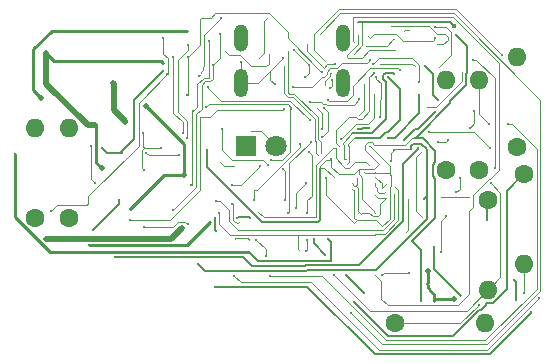
<source format=gbl>
%TF.GenerationSoftware,KiCad,Pcbnew,7.0.5*%
%TF.CreationDate,2023-07-24T14:08:39-04:00*%
%TF.ProjectId,GPSPCB,47505350-4342-42e6-9b69-6361645f7063,00*%
%TF.SameCoordinates,Original*%
%TF.FileFunction,Copper,L2,Bot*%
%TF.FilePolarity,Positive*%
%FSLAX46Y46*%
G04 Gerber Fmt 4.6, Leading zero omitted, Abs format (unit mm)*
G04 Created by KiCad (PCBNEW 7.0.5) date 2023-07-24 14:08:39*
%MOMM*%
%LPD*%
G01*
G04 APERTURE LIST*
%TA.AperFunction,ComponentPad*%
%ADD10C,1.600000*%
%TD*%
%TA.AperFunction,ComponentPad*%
%ADD11O,1.600000X1.600000*%
%TD*%
%TA.AperFunction,ComponentPad*%
%ADD12R,1.800000X1.800000*%
%TD*%
%TA.AperFunction,ComponentPad*%
%ADD13C,1.800000*%
%TD*%
%TA.AperFunction,ComponentPad*%
%ADD14O,1.158000X2.316000*%
%TD*%
%TA.AperFunction,ComponentPad*%
%ADD15O,1.200000X2.400000*%
%TD*%
%TA.AperFunction,ViaPad*%
%ADD16C,0.500000*%
%TD*%
%TA.AperFunction,ViaPad*%
%ADD17C,0.200000*%
%TD*%
%TA.AperFunction,ViaPad*%
%ADD18C,0.250000*%
%TD*%
%TA.AperFunction,ViaPad*%
%ADD19C,0.120000*%
%TD*%
%TA.AperFunction,ViaPad*%
%ADD20C,0.400000*%
%TD*%
%TA.AperFunction,Conductor*%
%ADD21C,0.100000*%
%TD*%
%TA.AperFunction,Conductor*%
%ADD22C,0.250000*%
%TD*%
%TA.AperFunction,Conductor*%
%ADD23C,0.050000*%
%TD*%
%TA.AperFunction,Conductor*%
%ADD24C,0.200000*%
%TD*%
%TA.AperFunction,Conductor*%
%ADD25C,0.500000*%
%TD*%
G04 APERTURE END LIST*
D10*
%TO.P,L5,1,1*%
%TO.N,Net-(C13-Pad1)*%
X119000000Y-68290000D03*
D11*
%TO.P,L5,2,2*%
%TO.N,Net-(IC3-RFO)*%
X119000000Y-75910000D03*
%TD*%
D10*
%TO.P,L2,1,1*%
%TO.N,Net-(IC3-RFO)*%
X118300000Y-65810000D03*
D11*
%TO.P,L2,2,2*%
%TO.N,Net-(C16-Pad2)*%
X118300000Y-58190000D03*
%TD*%
D12*
%TO.P,D2,1,K*%
%TO.N,Net-(D2-K)*%
X98547000Y-63754000D03*
D13*
%TO.P,D2,2,A*%
%TO.N,Net-(D2-A)*%
X101087000Y-63754000D03*
%TD*%
D10*
%TO.P,L3,1,1*%
%TO.N,Net-(IC3-VREG)*%
X111130000Y-78720000D03*
D11*
%TO.P,L3,2,2*%
%TO.N,Net-(IC3-VDD_IN)*%
X118750000Y-78720000D03*
%TD*%
D10*
%TO.P,L7,1,1*%
%TO.N,Net-(IC3-RFI_P)*%
X122100000Y-66140000D03*
D11*
%TO.P,L7,2,2*%
%TO.N,Net-(IC3-RFI_N)*%
X122100000Y-73760000D03*
%TD*%
D10*
%TO.P,L8,1,1*%
%TO.N,ANTOUT*%
X83550000Y-69810000D03*
D11*
%TO.P,L8,2,2*%
%TO.N,Net-(C24-Pad2)*%
X83550000Y-62190000D03*
%TD*%
D14*
%TO.P,J1,S3,SHIELD*%
%TO.N,unconnected-(J1-SHIELD-PadS1)*%
X98100000Y-54615000D03*
%TO.P,J1,S4,SHIELD*%
X106740000Y-54615000D03*
D15*
%TO.P,J1,S5,SHIELD*%
X98100000Y-58440000D03*
%TO.P,J1,S6,SHIELD*%
X106740000Y-58440000D03*
%TD*%
D10*
%TO.P,L4,1,1*%
%TO.N,Net-(IC3-VREG)*%
X121500000Y-63810000D03*
D11*
%TO.P,L4,2,2*%
%TO.N,Net-(IC3-DCC_SW)*%
X121500000Y-56190000D03*
%TD*%
D10*
%TO.P,L6,1,1*%
%TO.N,RF1*%
X80650000Y-69810000D03*
D11*
%TO.P,L6,2,2*%
%TO.N,Net-(C13-Pad1)*%
X80650000Y-62190000D03*
%TD*%
D10*
%TO.P,L1,1,1*%
%TO.N,Net-(U2-VCC)*%
X115450000Y-65810000D03*
D11*
%TO.P,L1,2,2*%
%TO.N,+1V0*%
X115450000Y-58190000D03*
%TD*%
D16*
%TO.N,Net-(ANT1-FEED)*%
X116160000Y-76730000D03*
D17*
X96470000Y-52860000D03*
X94530000Y-57840000D03*
D18*
X115030000Y-72690000D03*
D17*
X95350000Y-58770000D03*
D18*
X103949834Y-61570166D03*
D17*
X115480000Y-69630000D03*
D16*
X113920000Y-74330000D03*
%TO.N,-BATT*%
X90100000Y-60350000D03*
D17*
X105360000Y-66431376D03*
D19*
X108990000Y-63740000D03*
X110750000Y-65830000D03*
D16*
X93300000Y-66225000D03*
D19*
X107672517Y-55929789D03*
X107725000Y-70250000D03*
X108560000Y-65950000D03*
X112260000Y-68230000D03*
X115030000Y-68072000D03*
X107490000Y-67370000D03*
X117410000Y-68060000D03*
X116860000Y-57430000D03*
X112110000Y-71010000D03*
D18*
X88750000Y-69040000D03*
D16*
X87280000Y-58420000D03*
D19*
X109490000Y-65920000D03*
D16*
X88320000Y-61690000D03*
D20*
X116150000Y-53560000D03*
D19*
X108040000Y-53220000D03*
X113897000Y-60458000D03*
%TO.N,+1V0*%
X105990000Y-66400000D03*
D16*
X85750000Y-62000000D03*
D18*
X95260000Y-64040000D03*
D17*
X105783838Y-64821694D03*
D18*
X91555000Y-56716240D03*
D19*
X112799373Y-63080536D03*
D18*
X90076269Y-64289157D03*
D17*
X116334084Y-54309770D03*
D19*
X109490000Y-69380000D03*
D17*
X115843675Y-59928699D03*
X113340000Y-76880000D03*
D18*
X92850000Y-64520000D03*
D19*
X109760000Y-63620000D03*
D17*
X112630000Y-71810000D03*
D16*
X86335959Y-65616818D03*
X81600000Y-55875000D03*
D18*
%TO.N,+1V1*%
X91554502Y-57360000D03*
D17*
X113122239Y-63932738D03*
D19*
X107970000Y-66410000D03*
X110400000Y-68110000D03*
D18*
X87430000Y-73150000D03*
D17*
X85780000Y-66880000D03*
X113670000Y-56950000D03*
X114572157Y-60842157D03*
D18*
X87790000Y-68325000D03*
X86370000Y-63940000D03*
D19*
X108990000Y-69370000D03*
X109490000Y-67870000D03*
D18*
X111860000Y-68210000D03*
X85600000Y-70850000D03*
D19*
X107990000Y-69390000D03*
X107490000Y-66870000D03*
D17*
X114770000Y-59860000D03*
X111919776Y-63246271D03*
D19*
X110070000Y-68440000D03*
D18*
X88039247Y-64312881D03*
D17*
X85450000Y-63740000D03*
D19*
%TO.N,Net-(D2-K)*%
X114720000Y-55140000D03*
X99674741Y-56254741D03*
X110830000Y-53600000D03*
X100380000Y-52830000D03*
%TO.N,Net-(D2-A)*%
X98950000Y-62450000D03*
%TO.N,Net-(J1-CC1)*%
X100480000Y-55910000D03*
X96790000Y-55690000D03*
D17*
%TO.N,Net-(U2-EP)*%
X105000000Y-62280000D03*
X117510000Y-62190000D03*
X120250000Y-56070000D03*
D19*
X105260000Y-56530000D03*
D17*
X116340000Y-67670000D03*
X117890000Y-60790000D03*
D19*
X105270000Y-58540000D03*
D17*
X116660000Y-66450000D03*
D19*
X105750000Y-57530000D03*
X104560000Y-60500000D03*
D17*
%TO.N,Net-(U2-VENABLE)*%
X114800000Y-63430000D03*
X115640000Y-63270000D03*
D19*
%TO.N,Net-(U4-ISET)*%
X111150000Y-54630000D03*
X108730000Y-55270000D03*
%TO.N,Net-(U4-PRE-TERM)*%
X111180000Y-55630000D03*
X108000000Y-54330000D03*
%TO.N,Net-(U4-TS)*%
X108840000Y-54430000D03*
D17*
X114560000Y-54630000D03*
D19*
%TO.N,LNA_OUT*%
X117390000Y-69270000D03*
X109500000Y-74680000D03*
X107660000Y-54910000D03*
X103010000Y-72550000D03*
X110490000Y-66860000D03*
X109490000Y-66380000D03*
D18*
X96300000Y-69380000D03*
D19*
X111140000Y-67170000D03*
D17*
%TO.N,Net-(IC2-IN+)*%
X109054463Y-56425853D03*
D18*
X88760000Y-69980000D03*
X101795680Y-60583988D03*
X102555000Y-58756263D03*
D17*
%TO.N,unconnected-(J1-SHIELD-PadS1)*%
X103540000Y-57880000D03*
X101020000Y-58460000D03*
X98082512Y-56637488D03*
X103870380Y-56919620D03*
X101710000Y-56300000D03*
X102570380Y-55619620D03*
D18*
%TO.N,ANTOUT*%
X95390000Y-54820000D03*
D16*
X93130000Y-70670000D03*
D18*
X93929958Y-67059710D03*
X94037874Y-60800000D03*
D16*
X81631091Y-71568909D03*
D17*
%TO.N,CrystalB*%
X94490000Y-73770000D03*
X98860000Y-69799087D03*
X111091213Y-64051213D03*
X113600000Y-68190000D03*
X96040000Y-70920000D03*
X97765849Y-69836308D03*
X110840000Y-65000000D03*
X95950000Y-69810000D03*
D19*
%TO.N,CrystalA*%
X113480000Y-69780000D03*
X116750000Y-76430000D03*
X114460000Y-72170000D03*
X113480000Y-64160000D03*
%TO.N,BATTICIN*%
X104770000Y-54250000D03*
X112380000Y-53910000D03*
D17*
X112340000Y-74480000D03*
D19*
X111110000Y-52490000D03*
X97530000Y-65420000D03*
X96310000Y-65080000D03*
D17*
X110040000Y-74650000D03*
X107427488Y-77862512D03*
D19*
X111910000Y-54040000D03*
D18*
%TO.N,Net-(C13-Pad1)*%
X78960000Y-64410000D03*
X93110000Y-72695000D03*
X95930000Y-75640000D03*
X121420000Y-76770000D03*
X118980000Y-70020000D03*
D17*
X119600000Y-65590000D03*
D18*
X122704834Y-77794834D03*
X105490000Y-71620000D03*
D17*
X117780000Y-56430000D03*
D18*
X121240000Y-75060000D03*
D17*
%TO.N,Net-(IC3-RFO)*%
X103600000Y-66890000D03*
X119250000Y-66880000D03*
X106010000Y-74640000D03*
X102750000Y-69010000D03*
X103740000Y-71660000D03*
X103590000Y-72590000D03*
%TO.N,Net-(C16-Pad2)*%
X100590000Y-74740000D03*
X100200867Y-73030175D03*
X119160000Y-61900000D03*
X120770000Y-61900000D03*
X99420000Y-71660000D03*
X103080000Y-63540000D03*
X99210000Y-68290000D03*
D19*
%TO.N,+1V5*%
X99570000Y-69320000D03*
D16*
X81180000Y-59670000D03*
D19*
X107490000Y-65370000D03*
X98830000Y-71690000D03*
D18*
X85230000Y-72160000D03*
D19*
X109000000Y-65360000D03*
D18*
X95520000Y-70160000D03*
D19*
X97620000Y-71580000D03*
D18*
X93570000Y-53980000D03*
%TO.N,RF1*%
X91540000Y-54610000D03*
X91880000Y-57680000D03*
X82070000Y-69240000D03*
D17*
%TO.N,Net-(IC3-RFI_P)*%
X106980000Y-74640000D03*
X107690000Y-76950000D03*
X103870000Y-64220000D03*
X105270000Y-72930000D03*
X104270000Y-71600000D03*
X108510000Y-76170000D03*
X106590000Y-63130000D03*
D19*
X109380000Y-59370000D03*
D17*
X103710000Y-69400000D03*
%TO.N,Net-(IC3-RFI_N)*%
X97400000Y-67060000D03*
X122090000Y-76160000D03*
D18*
X95155000Y-60425000D03*
D17*
X100650000Y-64930000D03*
D18*
X102369668Y-60520332D03*
D17*
X99740000Y-65440000D03*
X123380000Y-76630000D03*
X97560000Y-74730000D03*
D18*
X103937787Y-60037456D03*
D19*
X98060000Y-70120000D03*
D17*
X97380000Y-68610000D03*
D18*
X108150000Y-59795000D03*
%TO.N,RF2*%
X92400000Y-56225000D03*
D17*
X101711278Y-65675308D03*
X96530000Y-62320000D03*
D18*
X93200000Y-62630000D03*
D17*
X100390000Y-65350000D03*
X101850000Y-68310000D03*
D18*
%TO.N,Net-(IC4-RFC)*%
X93620000Y-55210000D03*
X93585000Y-63020000D03*
%TO.N,Net-(C24-Pad2)*%
X89840000Y-62640000D03*
X91390000Y-63870000D03*
X89900000Y-65760000D03*
%TO.N,Net-(IC4-CTRL)*%
X93630000Y-56220000D03*
X93585000Y-59460000D03*
D17*
X105839851Y-58143815D03*
X104950536Y-57466641D03*
X105660000Y-58850000D03*
D19*
%TO.N,SPICLK*%
X106440000Y-63760000D03*
D17*
X109350000Y-57558498D03*
D19*
%TO.N,NSS*%
X108500000Y-58500000D03*
X108140000Y-61090000D03*
%TO.N,MISO*%
X106990000Y-64870000D03*
D17*
X111060000Y-57610000D03*
%TO.N,MOSI*%
X110567843Y-57922157D03*
D19*
X107080000Y-65300000D03*
%TO.N,D+*%
X102100000Y-55680000D03*
X104880000Y-64300000D03*
D17*
%TO.N,DIO2*%
X113190000Y-58360000D03*
X109320787Y-56757061D03*
%TO.N,Net-(IC3-BUSY)*%
X102090545Y-69440000D03*
X105462914Y-59815551D03*
X105007512Y-63007512D03*
X111550000Y-57300000D03*
X104024282Y-63388808D03*
X105186661Y-60490000D03*
D18*
%TO.N,OutDelayed*%
X89870000Y-70560000D03*
X93630000Y-70380000D03*
%TO.N,Net-(IC5-IN+)*%
X95765000Y-56891636D03*
X92350000Y-69170000D03*
D17*
X96370000Y-54290000D03*
D19*
%TO.N,D-*%
X101740000Y-57000000D03*
X104650000Y-64520000D03*
D18*
%TO.N,SLEEP*%
X95968386Y-68362835D03*
D19*
X109460000Y-66910000D03*
X110390000Y-67530000D03*
X111100000Y-67780000D03*
%TO.N,Net-(J1-CC2)*%
X103710000Y-55100000D03*
D17*
X106100000Y-56780000D03*
D18*
%TO.N,Net-(IC3-VREG)*%
X118310000Y-77170000D03*
D17*
X119220000Y-63870000D03*
X114010000Y-62540000D03*
%TO.N,Net-(IC3-VBAT)*%
X110550938Y-63030000D03*
X113230000Y-59380000D03*
X108060000Y-62270000D03*
X108935000Y-62250000D03*
%TO.N,Net-(IC3-VDD_IN)*%
X114532562Y-53620000D03*
D19*
X112860000Y-56980000D03*
D17*
X109560000Y-57908498D03*
D19*
X109930000Y-56760000D03*
X114900000Y-57070000D03*
D17*
X109910000Y-61310000D03*
%TD*%
D21*
%TO.N,Net-(ANT1-FEED)*%
X94530000Y-57840000D02*
X94722107Y-57647893D01*
X96410000Y-59890000D02*
X101951472Y-59890000D01*
X95350000Y-58830000D02*
X95350000Y-58770000D01*
X95015000Y-56940786D02*
X95015000Y-54315000D01*
D22*
X113920000Y-74330000D02*
X113920000Y-75360100D01*
X114450000Y-76304314D02*
X114450000Y-76850000D01*
D21*
X115480000Y-69630000D02*
X115030000Y-70080000D01*
X95015000Y-54315000D02*
X96470000Y-52860000D01*
X115030000Y-70080000D02*
X115030000Y-72690000D01*
D22*
X114450000Y-76850000D02*
X114570000Y-76730000D01*
D21*
X96410000Y-59890000D02*
X95350000Y-58830000D01*
D22*
X114212893Y-76067207D02*
X114450000Y-76304314D01*
D21*
X101951472Y-59890000D02*
X101971472Y-59910000D01*
D22*
X114570000Y-76730000D02*
X116160000Y-76730000D01*
D21*
X102289668Y-59910000D02*
X103949834Y-61570166D01*
X101971472Y-59910000D02*
X102289668Y-59910000D01*
X94722114Y-57647900D02*
G75*
G03*
X95015000Y-56940786I-707114J707100D01*
G01*
D22*
X113920000Y-75360100D02*
G75*
G03*
X114212893Y-76067207I1000000J0D01*
G01*
D23*
%TO.N,-BATT*%
X107700000Y-67460000D02*
X107580000Y-67460000D01*
D21*
X116860000Y-57465356D02*
X116860000Y-57430000D01*
D22*
X90100000Y-60350000D02*
X93300000Y-63550000D01*
D21*
X110810000Y-66232549D02*
X110750000Y-66172549D01*
X110675000Y-66050000D02*
X110750000Y-66125000D01*
X108660000Y-66050000D02*
X109570000Y-66050000D01*
X110730000Y-69880000D02*
X110725000Y-69875000D01*
X110725000Y-69875000D02*
X110725000Y-67225000D01*
X109545000Y-70035000D02*
X110060000Y-70550000D01*
D22*
X93300000Y-63550000D02*
X93300000Y-66225000D01*
D23*
X107580000Y-67460000D02*
X107490000Y-67370000D01*
D21*
X105347470Y-67872470D02*
X105347470Y-66443906D01*
X107940000Y-70035000D02*
X109545000Y-70035000D01*
X110725000Y-67225000D02*
X110810000Y-67140000D01*
D24*
X108380000Y-53220000D02*
X115895784Y-53220000D01*
D21*
X110745000Y-65470000D02*
X110745000Y-65825000D01*
X116850000Y-58274925D02*
X116850000Y-57475357D01*
D25*
X87330000Y-60670000D02*
X87330000Y-58470000D01*
X87330000Y-58470000D02*
X87280000Y-58420000D01*
D21*
X109570000Y-66050000D02*
X110675000Y-66050000D01*
X110750000Y-66172549D02*
X110750000Y-66125000D01*
X109015000Y-63740000D02*
X108990000Y-63740000D01*
X110745000Y-65470000D02*
X109015000Y-63740000D01*
X117398000Y-68072000D02*
X117410000Y-68060000D01*
X114666925Y-60458000D02*
X116850000Y-58274925D01*
X110750000Y-66125000D02*
X110750000Y-65830000D01*
D25*
X88320000Y-61660000D02*
X87330000Y-60670000D01*
D22*
X93300000Y-66225000D02*
X91565000Y-66225000D01*
D21*
X110060000Y-70550000D02*
X110730000Y-69880000D01*
X110810000Y-67140000D02*
X110810000Y-66232549D01*
X112110000Y-71000000D02*
X112260000Y-70850000D01*
X105347470Y-66443906D02*
X105360000Y-66431376D01*
D23*
X109490000Y-65970000D02*
X109490000Y-65920000D01*
D21*
X112260000Y-70850000D02*
X112260000Y-68230000D01*
D25*
X88320000Y-61690000D02*
X88320000Y-61660000D01*
D23*
X109570000Y-66050000D02*
X109490000Y-65970000D01*
D21*
X108380000Y-55222306D02*
X107672517Y-55929789D01*
X108660000Y-66050000D02*
X108560000Y-65950000D01*
X110745000Y-65825000D02*
X110750000Y-65830000D01*
X112110000Y-71000000D02*
X112110000Y-71010000D01*
D24*
X108040000Y-53220000D02*
X108380000Y-53220000D01*
D21*
X107725000Y-70250000D02*
X105347470Y-67872470D01*
X108380000Y-53220000D02*
X108380000Y-55222306D01*
X116850000Y-57475357D02*
X116860000Y-57465356D01*
X107700000Y-69795000D02*
X107940000Y-70035000D01*
X107725000Y-70250000D02*
X107940000Y-70035000D01*
X115030000Y-68072000D02*
X117398000Y-68072000D01*
D24*
X115895784Y-53220000D02*
X115895784Y-53305784D01*
D21*
X113897000Y-60458000D02*
X114666925Y-60458000D01*
X107700000Y-67460000D02*
X107700000Y-69795000D01*
D24*
X115895784Y-53305784D02*
X116150000Y-53560000D01*
D22*
X91565000Y-66225000D02*
X88750000Y-69040000D01*
D24*
%TO.N,+1V0*%
X99920602Y-70200000D02*
X104680000Y-70200000D01*
D21*
X108255000Y-66247549D02*
X108080000Y-66072549D01*
D24*
X113340000Y-72520000D02*
X112630000Y-71810000D01*
D25*
X85127767Y-62000000D02*
X85750000Y-62000000D01*
D21*
X104850000Y-65590000D02*
X104850000Y-65409289D01*
D24*
X113340000Y-76880000D02*
X113340000Y-72520000D01*
X104680000Y-70200000D02*
X104850000Y-70030000D01*
D21*
X105890000Y-66305380D02*
X105174620Y-65590000D01*
D24*
X104850000Y-70030000D02*
X104850000Y-65590000D01*
D21*
X108350000Y-68220000D02*
X108350000Y-66424264D01*
D24*
X117200000Y-57620331D02*
X117260000Y-57560331D01*
D22*
X85875000Y-65155859D02*
X86335959Y-65616818D01*
X85875000Y-62125000D02*
X85875000Y-65155859D01*
D24*
X117200000Y-58572374D02*
X117200000Y-57620331D01*
D21*
X112595200Y-63080536D02*
X112799373Y-63080536D01*
D24*
X112630000Y-71810000D02*
X114580000Y-69860000D01*
X114580000Y-66495635D02*
X114350000Y-66265635D01*
X114580000Y-69860000D02*
X114580000Y-66495635D01*
D21*
X108590000Y-64041091D02*
X109785000Y-65236091D01*
X108080000Y-66072549D02*
X108080000Y-65690000D01*
X105890000Y-66305380D02*
X105895380Y-66305380D01*
X92850000Y-64520000D02*
X90307112Y-64520000D01*
X105349289Y-64910000D02*
X105695532Y-64910000D01*
D25*
X81600000Y-58472233D02*
X85127767Y-62000000D01*
D24*
X114350000Y-66265635D02*
X114350000Y-65354365D01*
D21*
X109185000Y-63405000D02*
X108867451Y-63405000D01*
X107660000Y-66110000D02*
X106400000Y-66110000D01*
X105895380Y-66305380D02*
X105990000Y-66400000D01*
X108080000Y-65690000D02*
X107660000Y-66110000D01*
D24*
X95260000Y-64040000D02*
X95260000Y-65539398D01*
D21*
X109400000Y-69270000D02*
X108350000Y-68220000D01*
X104850000Y-65409289D02*
X105349289Y-64910000D01*
D22*
X85750000Y-62000000D02*
X85875000Y-62125000D01*
D21*
X90307112Y-64520000D02*
X90076269Y-64289157D01*
D25*
X81600000Y-55875000D02*
X81600000Y-58472233D01*
D21*
X109760000Y-63620000D02*
X111935736Y-63620000D01*
X108350000Y-66424264D02*
X108255000Y-66329264D01*
X105174620Y-65590000D02*
X104850000Y-65590000D01*
X108590000Y-63682451D02*
X108590000Y-64041091D01*
D24*
X95260000Y-65539398D02*
X99920602Y-70200000D01*
X115843675Y-59928699D02*
X117200000Y-58572374D01*
X114580000Y-65124365D02*
X114580000Y-64155026D01*
D21*
X111995736Y-63680000D02*
X112595200Y-63080536D01*
X109400000Y-69270000D02*
X109400000Y-69290000D01*
X106400000Y-66110000D02*
X105783838Y-65493838D01*
D24*
X117260000Y-55235686D02*
X116334084Y-54309770D01*
D21*
X105695532Y-64910000D02*
X105783838Y-64821694D01*
D24*
X112799373Y-63080536D02*
X112899464Y-63080536D01*
D22*
X81600000Y-55875000D02*
X82273410Y-56548410D01*
D21*
X109185000Y-63405000D02*
X109400000Y-63620000D01*
X109400000Y-69290000D02*
X109490000Y-69380000D01*
X108255000Y-66329264D02*
X108255000Y-66247549D01*
X109356089Y-65665002D02*
X108104998Y-65665002D01*
D22*
X82273410Y-56548410D02*
X91387170Y-56548410D01*
D24*
X114350000Y-65354365D02*
X114580000Y-65124365D01*
D22*
X91387170Y-56548410D02*
X91555000Y-56716240D01*
D24*
X117260000Y-57560331D02*
X117260000Y-55235686D01*
D21*
X108104998Y-65665002D02*
X108080000Y-65690000D01*
X109785000Y-65236091D02*
X109356089Y-65665002D01*
D24*
X113505510Y-63080536D02*
X112799373Y-63080536D01*
X114580000Y-64155026D02*
X113505510Y-63080536D01*
D21*
X109400000Y-63620000D02*
X109760000Y-63620000D01*
X111935736Y-63620000D02*
X111995736Y-63680000D01*
D24*
X115843675Y-60136325D02*
X115843675Y-59928699D01*
X112899464Y-63080536D02*
X115843675Y-60136325D01*
D21*
X105783838Y-65493838D02*
X105783838Y-64821694D01*
X108867451Y-63405000D02*
X108590000Y-63682451D01*
%TO.N,+1V1*%
X109490000Y-67880000D02*
X109490000Y-67870000D01*
X85450000Y-63740000D02*
X85450000Y-66550000D01*
D24*
X111830000Y-68020000D02*
X111830000Y-70123502D01*
X87790000Y-68660000D02*
X85600000Y-70850000D01*
X111860000Y-68050000D02*
X111830000Y-68020000D01*
D21*
X109720000Y-68110000D02*
X109490000Y-67880000D01*
X109875000Y-68635000D02*
X110070000Y-68440000D01*
D23*
X107930000Y-66510000D02*
X107930000Y-66969414D01*
D24*
X111830000Y-68020000D02*
X111830000Y-65295686D01*
X114350000Y-57630000D02*
X113670000Y-56950000D01*
X87790000Y-68325000D02*
X87790000Y-68660000D01*
X89100000Y-59814502D02*
X91554502Y-57360000D01*
D21*
X108085000Y-69285000D02*
X108050000Y-69250000D01*
X108990000Y-69370000D02*
X108350000Y-69370000D01*
D24*
X103531371Y-73840000D02*
X103501370Y-73870000D01*
X103501370Y-73870000D02*
X99040000Y-73870000D01*
X89100000Y-63112881D02*
X89100000Y-59814502D01*
D23*
X107930000Y-66969414D02*
X107817194Y-67082220D01*
D21*
X109720000Y-68110000D02*
X110400000Y-68110000D01*
D24*
X88039247Y-64312881D02*
X87900000Y-64312881D01*
X87430000Y-73150000D02*
X98320000Y-73150000D01*
X111830000Y-70123502D02*
X108113502Y-73840000D01*
X114770000Y-59860000D02*
X114350000Y-59440000D01*
D23*
X107702220Y-67082220D02*
X107490000Y-66870000D01*
D24*
X86742881Y-64312881D02*
X86370000Y-63940000D01*
D21*
X108050000Y-69250000D02*
X108050000Y-67315026D01*
D24*
X87900000Y-64312881D02*
X86742881Y-64312881D01*
X108113502Y-73840000D02*
X103531371Y-73840000D01*
X99040000Y-73870000D02*
X98320000Y-73150000D01*
X113098036Y-62316278D02*
X114572157Y-60842157D01*
D21*
X85450000Y-66550000D02*
X85780000Y-66880000D01*
D24*
X112849769Y-62316278D02*
X113098036Y-62316278D01*
D21*
X108990000Y-69390000D02*
X108990000Y-69370000D01*
X109265000Y-69665000D02*
X109705000Y-69665000D01*
D24*
X111860000Y-68210000D02*
X111860000Y-68050000D01*
D21*
X108085000Y-69285000D02*
X107990000Y-69380000D01*
D24*
X113122239Y-64003447D02*
X113122239Y-63932738D01*
D21*
X107990000Y-69380000D02*
X107990000Y-69390000D01*
D23*
X107970000Y-66470000D02*
X107970000Y-66410000D01*
X107817194Y-67082220D02*
X107702220Y-67082220D01*
D24*
X111919776Y-63246271D02*
X112849769Y-62316278D01*
D21*
X109705000Y-69665000D02*
X109875000Y-69495000D01*
X110400000Y-68110000D02*
X110070000Y-68440000D01*
D24*
X87900000Y-64312881D02*
X89100000Y-63112881D01*
D23*
X107930000Y-66510000D02*
X107970000Y-66470000D01*
D21*
X109265000Y-69665000D02*
X108990000Y-69390000D01*
X108260000Y-69460000D02*
X108085000Y-69285000D01*
X108350000Y-69370000D02*
X108260000Y-69460000D01*
D24*
X114350000Y-59440000D02*
X114350000Y-57630000D01*
D21*
X108050000Y-67315026D02*
X107817194Y-67082220D01*
X109875000Y-69495000D02*
X109875000Y-68635000D01*
D24*
X111830000Y-65295686D02*
X113122239Y-64003447D01*
D21*
%TO.N,Net-(D2-K)*%
X114002587Y-53585000D02*
X114707587Y-54290000D01*
X115625000Y-54485000D02*
X115625000Y-54755000D01*
X115625000Y-54755000D02*
X115240000Y-55140000D01*
X110830000Y-53600000D02*
X110845000Y-53585000D01*
X114707587Y-54290000D02*
X115430000Y-54290000D01*
X110845000Y-53585000D02*
X114002587Y-53585000D01*
X100035000Y-53175000D02*
X100380000Y-52830000D01*
X100035000Y-55894482D02*
X100035000Y-53175000D01*
X115240000Y-55140000D02*
X114720000Y-55140000D01*
X115430000Y-54290000D02*
X115625000Y-54485000D01*
X99674741Y-56254741D02*
X100035000Y-55894482D01*
%TO.N,Net-(D2-A)*%
X98950000Y-62450000D02*
X99780000Y-62450000D01*
X99780000Y-62450000D02*
X101090000Y-63760000D01*
%TO.N,Net-(J1-CC1)*%
X98975736Y-56970000D02*
X98028736Y-56023000D01*
X98028736Y-56023000D02*
X97123000Y-56023000D01*
X100274264Y-56970000D02*
X98975736Y-56970000D01*
X100480000Y-56764264D02*
X100274264Y-56970000D01*
X100480000Y-55910000D02*
X100480000Y-56764264D01*
X97123000Y-56023000D02*
X96790000Y-55690000D01*
%TO.N,Net-(U2-EP)*%
X117890000Y-61810000D02*
X117510000Y-62190000D01*
X116660000Y-67350000D02*
X116340000Y-67670000D01*
X105684985Y-57595015D02*
X105750000Y-57530000D01*
X105684985Y-57803705D02*
X105684985Y-57595015D01*
X105260000Y-56530000D02*
X104300000Y-55570000D01*
X106400380Y-52160000D02*
X116340000Y-52160000D01*
X117890000Y-60790000D02*
X117890000Y-61810000D01*
X105270000Y-58540000D02*
X105270000Y-58218690D01*
X105000000Y-60940000D02*
X105000000Y-62280000D01*
X105270000Y-58218690D02*
X105684985Y-57803705D01*
X104300000Y-55570000D02*
X104300000Y-54260380D01*
X104560000Y-60500000D02*
X105000000Y-60940000D01*
X116660000Y-66450000D02*
X116660000Y-67350000D01*
X104300000Y-54260380D02*
X106400380Y-52160000D01*
X116340000Y-52160000D02*
X120250000Y-56070000D01*
%TO.N,Net-(U2-VENABLE)*%
X115480000Y-63430000D02*
X115640000Y-63270000D01*
X114800000Y-63430000D02*
X115480000Y-63430000D01*
%TO.N,Net-(U4-ISET)*%
X108730000Y-55270000D02*
X110444264Y-55270000D01*
X110444264Y-55270000D02*
X111024264Y-54690000D01*
X111024264Y-54690000D02*
X111090000Y-54690000D01*
X111090000Y-54690000D02*
X111150000Y-54630000D01*
%TO.N,Net-(U4-PRE-TERM)*%
X108990000Y-55630000D02*
X111180000Y-55630000D01*
X108000000Y-55106383D02*
X107100000Y-56006383D01*
X107149789Y-56279789D02*
X108340211Y-56279789D01*
X107100000Y-56006383D02*
X107100000Y-56230000D01*
X108340211Y-56279789D02*
X108990000Y-55630000D01*
X107100000Y-56230000D02*
X107149789Y-56279789D01*
X108000000Y-54330000D02*
X108000000Y-55106383D01*
%TO.N,Net-(U4-TS)*%
X109030000Y-54620000D02*
X109415000Y-54235000D01*
X111225000Y-54235000D02*
X111800000Y-54810000D01*
X108840000Y-54430000D02*
X109030000Y-54620000D01*
X114380000Y-54810000D02*
X111800000Y-54810000D01*
X109415000Y-54235000D02*
X111225000Y-54235000D01*
X114560000Y-54630000D02*
X114380000Y-54810000D01*
%TO.N,LNA_OUT*%
X107610000Y-54860000D02*
X107660000Y-54910000D01*
X117735000Y-67900025D02*
X119105025Y-66530000D01*
X107617489Y-52822511D02*
X107610000Y-52830000D01*
X109652194Y-66542194D02*
X110020000Y-66910000D01*
X109519340Y-71150000D02*
X110308528Y-71150000D01*
X119105025Y-66530000D02*
X119180000Y-66530000D01*
X116035736Y-52810000D02*
X114385026Y-52810000D01*
X110308528Y-71150000D02*
X111430000Y-70028528D01*
X110010000Y-76660000D02*
X110580000Y-77230000D01*
X102930000Y-71245000D02*
X102930000Y-72470000D01*
X102930000Y-71245000D02*
X109424340Y-71245000D01*
X117390000Y-76300000D02*
X117390000Y-69270000D01*
X117735000Y-68925000D02*
X117735000Y-67900025D01*
X102930000Y-72470000D02*
X103010000Y-72550000D01*
X111430000Y-67460000D02*
X111140000Y-67170000D01*
X114385026Y-52810000D02*
X114372515Y-52822511D01*
X109500000Y-74680000D02*
X110010000Y-75190000D01*
X110010000Y-75190000D02*
X110010000Y-76660000D01*
X119180000Y-66530000D02*
X119950000Y-65760000D01*
X97230405Y-71245000D02*
X102930000Y-71245000D01*
X111430000Y-70028528D02*
X111430000Y-67460000D01*
X110020000Y-66910000D02*
X110020000Y-67330000D01*
X119950000Y-56724264D02*
X116035736Y-52810000D01*
X96300000Y-70314595D02*
X97230405Y-71245000D01*
X110580000Y-77230000D02*
X116460000Y-77230000D01*
X110020000Y-67330000D02*
X110490000Y-66860000D01*
X109424340Y-71245000D02*
X109519340Y-71150000D01*
X107610000Y-52830000D02*
X107610000Y-54860000D01*
X119950000Y-65760000D02*
X119950000Y-56724264D01*
D23*
X109652194Y-66542194D02*
X109490000Y-66380000D01*
D21*
X116460000Y-77230000D02*
X117390000Y-76300000D01*
X117390000Y-69270000D02*
X117735000Y-68925000D01*
X114372515Y-52822511D02*
X107617489Y-52822511D01*
X96300000Y-69380000D02*
X96300000Y-70314595D01*
%TO.N,Net-(IC2-IN+)*%
X94660000Y-67460000D02*
X94660000Y-61300000D01*
X94660000Y-61300000D02*
X95460000Y-61300000D01*
X105384985Y-57679441D02*
X105384985Y-57434990D01*
X101709668Y-60670000D02*
X101795680Y-60583988D01*
X92140000Y-69980000D02*
X94660000Y-67460000D01*
X104100418Y-58756263D02*
X104969468Y-57887213D01*
X105177213Y-57887213D02*
X105384985Y-57679441D01*
X105659975Y-57160000D02*
X106224264Y-57160000D01*
X104969468Y-57887213D02*
X105177213Y-57887213D01*
X105384985Y-57434990D02*
X105659975Y-57160000D01*
X102555000Y-58756263D02*
X104100418Y-58756263D01*
X88760000Y-69980000D02*
X92140000Y-69980000D01*
X95460000Y-61300000D02*
X96090000Y-60670000D01*
X108780341Y-56699975D02*
X109054463Y-56425853D01*
X96090000Y-60670000D02*
X101709668Y-60670000D01*
X106224264Y-57160000D02*
X106684289Y-56699975D01*
X106684289Y-56699975D02*
X108780341Y-56699975D01*
%TO.N,unconnected-(J1-SHIELD-PadS1)*%
X99570000Y-58440000D02*
X100615000Y-57395000D01*
X100990000Y-58500000D02*
X100615000Y-58125000D01*
X103870380Y-57549620D02*
X103870380Y-56919620D01*
X98100000Y-58440000D02*
X99570000Y-58440000D01*
X98100000Y-56654976D02*
X98082512Y-56637488D01*
X101020000Y-58470000D02*
X100990000Y-58500000D01*
X98100000Y-58430000D02*
X98100000Y-56654976D01*
X100615000Y-57395000D02*
X101710000Y-56300000D01*
X101020000Y-58460000D02*
X101020000Y-58470000D01*
X103540000Y-57880000D02*
X103870380Y-57549620D01*
X102570380Y-55619620D02*
X103870380Y-56919620D01*
X100615000Y-58125000D02*
X100615000Y-57395000D01*
%TO.N,ANTOUT*%
X93960000Y-67029668D02*
X93929958Y-67059710D01*
X93960000Y-60877874D02*
X93960000Y-67029668D01*
X95380000Y-57300000D02*
X95390000Y-57290000D01*
D25*
X84935736Y-71568909D02*
X81631091Y-71568909D01*
X93130000Y-70670000D02*
X92215000Y-71585000D01*
D21*
X95380000Y-57970000D02*
X95380000Y-57300000D01*
X94400000Y-58520000D02*
X94950000Y-57970000D01*
X94037874Y-60800000D02*
X93960000Y-60877874D01*
X94950000Y-57970000D02*
X95380000Y-57970000D01*
X94400000Y-60437874D02*
X94400000Y-58520000D01*
X94037874Y-60800000D02*
X94400000Y-60437874D01*
D25*
X84951827Y-71585000D02*
X84935736Y-71568909D01*
X92215000Y-71585000D02*
X84951827Y-71585000D01*
D21*
X95390000Y-57290000D02*
X95390000Y-54820000D01*
D24*
%TO.N,CrystalB*%
X112707262Y-63532738D02*
X112530001Y-63709999D01*
D21*
X110830000Y-64312426D02*
X111091213Y-64051213D01*
D24*
X97862157Y-69740000D02*
X97765849Y-69836308D01*
X95950000Y-69830000D02*
X95950000Y-69810000D01*
D21*
X112530001Y-64030000D02*
X111112426Y-64030000D01*
D24*
X113600000Y-68190000D02*
X113855000Y-67935000D01*
X100539340Y-74330000D02*
X95050000Y-74330000D01*
X109550331Y-74240000D02*
X103697055Y-74240000D01*
X113855000Y-67935000D02*
X113855000Y-64004669D01*
X100549340Y-74340000D02*
X100539340Y-74330000D01*
X113383069Y-63532738D02*
X112707262Y-63532738D01*
X113855000Y-64004669D02*
X113383069Y-63532738D01*
X113855000Y-67935000D02*
X113855000Y-69935331D01*
D21*
X111112426Y-64030000D02*
X111091213Y-64051213D01*
X110830000Y-64990000D02*
X110830000Y-64312426D01*
D24*
X96040000Y-70920000D02*
X95950000Y-70830000D01*
X103597055Y-74340000D02*
X100549340Y-74340000D01*
X98800913Y-69740000D02*
X97862157Y-69740000D01*
X112530001Y-63709999D02*
X112530001Y-64030000D01*
X95050000Y-74330000D02*
X94490000Y-73770000D01*
X113855000Y-69935331D02*
X109550331Y-74240000D01*
X95950000Y-70830000D02*
X95950000Y-69830000D01*
X98860000Y-69799087D02*
X98800913Y-69740000D01*
X103697055Y-74240000D02*
X103597055Y-74340000D01*
%TO.N,CrystalA*%
X116750000Y-76430000D02*
X114460000Y-74140000D01*
D21*
X112970000Y-64670000D02*
X112970000Y-69270000D01*
X112970000Y-69270000D02*
X113480000Y-69780000D01*
D24*
X114460000Y-74140000D02*
X114460000Y-72170000D01*
D21*
X113480000Y-64160000D02*
X112970000Y-64670000D01*
%TO.N,BATTICIN*%
X97530000Y-65420000D02*
X96650000Y-65420000D01*
X111110000Y-52490000D02*
X116140000Y-52490000D01*
X104770000Y-54250000D02*
X106530000Y-52490000D01*
X110210000Y-74480000D02*
X110040000Y-74650000D01*
X112020000Y-53930000D02*
X111910000Y-54040000D01*
X116140000Y-52490000D02*
X123460000Y-59810000D01*
X112380000Y-53930000D02*
X112020000Y-53930000D01*
X123460000Y-59810000D02*
X123460000Y-76000000D01*
X96650000Y-65420000D02*
X96310000Y-65080000D01*
X112340000Y-74480000D02*
X110210000Y-74480000D01*
X106530000Y-52490000D02*
X111110000Y-52490000D01*
X118989999Y-80470001D02*
X110034977Y-80470001D01*
X110034977Y-80470001D02*
X107427488Y-77862512D01*
X123460000Y-76000000D02*
X118989999Y-80470001D01*
D24*
%TO.N,Net-(C13-Pad1)*%
X103730000Y-75640000D02*
X109450000Y-81360000D01*
X119240000Y-81360000D02*
X122704834Y-77895166D01*
X99545000Y-73440000D02*
X105700000Y-73440000D01*
X121420000Y-76770000D02*
X121420000Y-75240000D01*
X109450000Y-81360000D02*
X119240000Y-81360000D01*
D21*
X119600000Y-58005075D02*
X119600000Y-65590000D01*
D22*
X78960000Y-64410000D02*
X78960000Y-69710991D01*
D24*
X118980000Y-68390000D02*
X119010000Y-68360000D01*
D22*
X78960000Y-69710991D02*
X81944009Y-72695000D01*
D24*
X105700000Y-71830000D02*
X105490000Y-71620000D01*
X118980000Y-70020000D02*
X118980000Y-68390000D01*
X98800000Y-72695000D02*
X99545000Y-73440000D01*
D22*
X81944009Y-72695000D02*
X98800000Y-72695000D01*
D21*
X117780000Y-56430000D02*
X118024925Y-56430000D01*
D24*
X122704834Y-77895166D02*
X122704834Y-77794834D01*
X95930000Y-75640000D02*
X103730000Y-75640000D01*
X105700000Y-73440000D02*
X105700000Y-71830000D01*
D21*
X118024925Y-56430000D02*
X119600000Y-58005075D01*
D24*
X121420000Y-75240000D02*
X121240000Y-75060000D01*
D21*
%TO.N,Net-(IC3-RFO)*%
X103740000Y-72440000D02*
X103590000Y-72590000D01*
X109040000Y-77670000D02*
X117240000Y-77670000D01*
X119000000Y-75910000D02*
X120050000Y-74860000D01*
X120050000Y-67680000D02*
X119250000Y-66880000D01*
X103600000Y-66890000D02*
X102750000Y-67740000D01*
X120050000Y-74860000D02*
X120050000Y-67680000D01*
X102750000Y-67740000D02*
X102750000Y-69010000D01*
X106010000Y-74640000D02*
X109040000Y-77670000D01*
X119000000Y-75960000D02*
X119000000Y-75910000D01*
X119000000Y-75960000D02*
X118950000Y-75960000D01*
X118950000Y-75960000D02*
X117240000Y-77670000D01*
X103740000Y-71660000D02*
X103740000Y-72440000D01*
%TO.N,Net-(C16-Pad2)*%
X99467346Y-67424264D02*
X99210000Y-67424264D01*
X110410000Y-80170000D02*
X105020000Y-74780000D01*
X118300000Y-58190000D02*
X118300000Y-61040000D01*
X100200867Y-72440867D02*
X100200867Y-73030175D01*
X120770000Y-61900000D02*
X121074925Y-61900000D01*
X99420000Y-71660000D02*
X100200867Y-72440867D01*
X99210000Y-67424264D02*
X99210000Y-68290000D01*
X123150000Y-75804925D02*
X118784925Y-80170000D01*
X118300000Y-61040000D02*
X119160000Y-61900000D01*
X103080000Y-63811610D02*
X99467346Y-67424264D01*
X118784925Y-80170000D02*
X110410000Y-80170000D01*
X121074925Y-61900000D02*
X123150000Y-63975075D01*
X105020000Y-74780000D02*
X100630000Y-74780000D01*
X123150000Y-63975075D02*
X123150000Y-75804925D01*
X103080000Y-63540000D02*
X103080000Y-63811610D01*
X100630000Y-74780000D02*
X100590000Y-74740000D01*
%TO.N,+1V5*%
X97655000Y-71545000D02*
X97620000Y-71580000D01*
D23*
X108989998Y-65360000D02*
X109000000Y-65360000D01*
D21*
X106130000Y-63920000D02*
X106130000Y-64770000D01*
X98830000Y-71690000D02*
X98685000Y-71545000D01*
D22*
X93520000Y-72160000D02*
X85230000Y-72160000D01*
D21*
X106130000Y-64770000D02*
X106750000Y-65390000D01*
D22*
X82080000Y-53980000D02*
X93570000Y-53980000D01*
D21*
X106937451Y-65630000D02*
X107240000Y-65630000D01*
D22*
X80540000Y-55520000D02*
X82080000Y-53980000D01*
D21*
X100040000Y-69790000D02*
X99570000Y-69320000D01*
D23*
X107780000Y-65090000D02*
X108719998Y-65090000D01*
D21*
X106750000Y-65442549D02*
X106937451Y-65630000D01*
X106750000Y-65390000D02*
X106750000Y-65442549D01*
D22*
X81180000Y-59670000D02*
X80540000Y-59030000D01*
D21*
X107230000Y-65630000D02*
X107490000Y-65370000D01*
X98685000Y-71545000D02*
X97655000Y-71545000D01*
D23*
X107240000Y-65630000D02*
X107230000Y-65640000D01*
D22*
X80540000Y-59030000D02*
X80540000Y-55520000D01*
X95520000Y-70160000D02*
X93520000Y-72160000D01*
D21*
X106130000Y-63920000D02*
X105915025Y-63920000D01*
X104500000Y-65335025D02*
X104500000Y-69790000D01*
D23*
X107780000Y-65090000D02*
X107500000Y-65370000D01*
D21*
X104500000Y-69790000D02*
X100040000Y-69790000D01*
X105915025Y-63920000D02*
X104500000Y-65335025D01*
D23*
X107500000Y-65370000D02*
X107490000Y-65370000D01*
X108719998Y-65090000D02*
X108989998Y-65360000D01*
D21*
X107230000Y-65640000D02*
X107230000Y-65630000D01*
%TO.N,RF1*%
X91880000Y-57680000D02*
X89460000Y-60100000D01*
X82550000Y-68760000D02*
X82070000Y-69240000D01*
X91930000Y-57630000D02*
X91880000Y-57680000D01*
X85030000Y-68760000D02*
X82550000Y-68760000D01*
X91930000Y-56300000D02*
X91540000Y-55910000D01*
X91540000Y-55910000D02*
X91540000Y-54610000D01*
X89460000Y-60100000D02*
X89460000Y-63695736D01*
X85150000Y-68005736D02*
X85150000Y-68640000D01*
X91930000Y-57600000D02*
X91930000Y-56300000D01*
X85150000Y-68640000D02*
X85030000Y-68760000D01*
X91930000Y-57600000D02*
X91930000Y-57630000D01*
X89460000Y-63695736D02*
X85150000Y-68005736D01*
D24*
%TO.N,Net-(IC3-RFI_P)*%
X104270000Y-71600000D02*
X104270000Y-71930000D01*
X110560000Y-79820000D02*
X116094365Y-79820000D01*
D21*
X108870000Y-61870000D02*
X107850000Y-61870000D01*
X109380000Y-59370000D02*
X109380000Y-61400000D01*
X108890000Y-61890000D02*
X108870000Y-61870000D01*
D24*
X119445635Y-77030000D02*
X120610000Y-75865635D01*
X118884365Y-77196676D02*
X118461041Y-77620000D01*
D21*
X103710000Y-69400000D02*
X103710000Y-68350000D01*
D24*
X120610000Y-75865635D02*
X120610000Y-67550000D01*
X118884365Y-77030000D02*
X118884365Y-77196676D01*
X104270000Y-71930000D02*
X105270000Y-72930000D01*
X107690000Y-76950000D02*
X110560000Y-79820000D01*
D21*
X103710000Y-68350000D02*
X104130000Y-67930000D01*
X109380000Y-61400000D02*
X108910000Y-61870000D01*
X104130000Y-64480000D02*
X103870000Y-64220000D01*
X107850000Y-61870000D02*
X106590000Y-63130000D01*
D24*
X106980000Y-74640000D02*
X108510000Y-76170000D01*
X122020000Y-66140000D02*
X120610000Y-67550000D01*
D21*
X108910000Y-61870000D02*
X108870000Y-61870000D01*
D24*
X118461041Y-77620000D02*
X118294365Y-77620000D01*
D21*
X104130000Y-67930000D02*
X104130000Y-64480000D01*
D24*
X122110000Y-66140000D02*
X122020000Y-66140000D01*
X118294365Y-77620000D02*
X116094365Y-79820000D01*
X118884365Y-77030000D02*
X119445635Y-77030000D01*
D21*
%TO.N,Net-(IC3-RFI_N)*%
X105439307Y-60247671D02*
X105450569Y-60247671D01*
X105450569Y-60247671D02*
X105452322Y-60249424D01*
X107695576Y-60249424D02*
X108150000Y-59795000D01*
X98120000Y-75290000D02*
X104090000Y-75290000D01*
X99740000Y-65440000D02*
X98120000Y-67060000D01*
X101563346Y-64904000D02*
X100676000Y-64904000D01*
X123339337Y-76630000D02*
X123380000Y-76630000D01*
X97437132Y-69670051D02*
X97415849Y-69691334D01*
X97415849Y-69691334D02*
X97415849Y-69981283D01*
X97905000Y-70275000D02*
X98060000Y-70120000D01*
X95390000Y-60190000D02*
X101827208Y-60190000D01*
X118959337Y-81010000D02*
X123339337Y-76630000D01*
X105041686Y-60140000D02*
X105331636Y-60140000D01*
X101827208Y-60190000D02*
X101847208Y-60210000D01*
X104929610Y-60037456D02*
X105036920Y-60144766D01*
X105331636Y-60140000D02*
X105439307Y-60247671D01*
X102237000Y-64230346D02*
X101563346Y-64904000D01*
X102237000Y-60653000D02*
X102237000Y-64230346D01*
X105452322Y-60249424D02*
X107695576Y-60249424D01*
X104090000Y-75290000D02*
X109810000Y-81010000D01*
X122070000Y-76140000D02*
X122090000Y-76160000D01*
X102059336Y-60210000D02*
X102369668Y-60520332D01*
X97415849Y-69981283D02*
X97620875Y-70186308D01*
X97620875Y-70186308D02*
X97656639Y-70186308D01*
X109810000Y-81010000D02*
X118959337Y-81010000D01*
X102369668Y-60520332D02*
X102237000Y-60653000D01*
X103937787Y-60037456D02*
X104929610Y-60037456D01*
X98120000Y-67060000D02*
X97400000Y-67060000D01*
X97656639Y-70186308D02*
X97745331Y-70275000D01*
X100676000Y-64904000D02*
X100650000Y-64930000D01*
X97745331Y-70275000D02*
X97905000Y-70275000D01*
X105036920Y-60144766D02*
X105041686Y-60140000D01*
X97560000Y-74730000D02*
X98120000Y-75290000D01*
X97437132Y-68667132D02*
X97437132Y-69670051D01*
X97380000Y-68610000D02*
X97437132Y-68667132D01*
X95155000Y-60425000D02*
X95390000Y-60190000D01*
X101847208Y-60210000D02*
X102059336Y-60210000D01*
X122070000Y-73830000D02*
X122070000Y-76140000D01*
%TO.N,RF2*%
X96530000Y-62320000D02*
X96530000Y-64037000D01*
X93200000Y-62630000D02*
X93200000Y-61740000D01*
X92400000Y-60940000D02*
X92400000Y-56225000D01*
X99944000Y-64904000D02*
X100390000Y-65350000D01*
X93200000Y-61740000D02*
X92400000Y-60940000D01*
X101850000Y-65814030D02*
X101711278Y-65675308D01*
X96530000Y-64037000D02*
X97397000Y-64904000D01*
X101850000Y-68310000D02*
X101850000Y-65814030D01*
X97397000Y-64904000D02*
X99944000Y-64904000D01*
%TO.N,Net-(IC4-RFC)*%
X92800000Y-60860000D02*
X93580000Y-61640000D01*
X93620000Y-55620000D02*
X92800000Y-56440000D01*
X93620000Y-55210000D02*
X93620000Y-55620000D01*
X93580000Y-61640000D02*
X93580000Y-63015000D01*
X93580000Y-63015000D02*
X93585000Y-63020000D01*
X92800000Y-56440000D02*
X92800000Y-60860000D01*
%TO.N,Net-(C24-Pad2)*%
X89701269Y-65561269D02*
X89900000Y-65760000D01*
X89840000Y-62640000D02*
X89840000Y-63771328D01*
X91390000Y-63870000D02*
X89938672Y-63870000D01*
X89938672Y-63870000D02*
X89701269Y-64107403D01*
X89840000Y-63771328D02*
X89938672Y-63870000D01*
X89701269Y-64107403D02*
X89701269Y-65561269D01*
%TO.N,Net-(IC4-CTRL)*%
X105839851Y-58670149D02*
X105839851Y-58143815D01*
X105660000Y-58850000D02*
X105839851Y-58670149D01*
X94690000Y-52960000D02*
X94742132Y-52907868D01*
X95550000Y-52907868D02*
X95952868Y-52505000D01*
X102070000Y-54060380D02*
X102070000Y-54624264D01*
X104925736Y-57480000D02*
X104937177Y-57480000D01*
X94742132Y-52907868D02*
X95550000Y-52907868D01*
X93630000Y-56220000D02*
X94690000Y-55160000D01*
X94690000Y-55160000D02*
X94690000Y-52960000D01*
X93630000Y-59415000D02*
X93585000Y-59460000D01*
X93630000Y-56220000D02*
X93630000Y-59415000D01*
X104937177Y-57480000D02*
X104950536Y-57466641D01*
X100514620Y-52505000D02*
X102070000Y-54060380D01*
X102070000Y-54624264D02*
X104925736Y-57480000D01*
X95952868Y-52505000D02*
X100514620Y-52505000D01*
%TO.N,SPICLK*%
X108973999Y-57934499D02*
X109350000Y-57558498D01*
X106160000Y-63480000D02*
X106440000Y-63760000D01*
X107897451Y-61300000D02*
X108007451Y-61410000D01*
X107230000Y-61300000D02*
X107897451Y-61300000D01*
X108007451Y-61410000D02*
X108325026Y-61410000D01*
X108973999Y-60761027D02*
X108973999Y-57934499D01*
X106160000Y-62370000D02*
X107230000Y-61300000D01*
X106160000Y-63480000D02*
X106160000Y-62370000D01*
X108325026Y-61410000D02*
X108973999Y-60761027D01*
%TO.N,NSS*%
X108140000Y-61090000D02*
X108525000Y-60705000D01*
X108525000Y-60705000D02*
X108525000Y-58525000D01*
X108525000Y-58525000D02*
X108500000Y-58500000D01*
D24*
%TO.N,MISO*%
X109159295Y-62650000D02*
X108719339Y-62650000D01*
X110400000Y-57520000D02*
X110970000Y-57520000D01*
X108714339Y-62655000D02*
X108556805Y-62654995D01*
X110167843Y-58087843D02*
X110167843Y-57752157D01*
X108541792Y-62670000D02*
X107560000Y-62670000D01*
X110385025Y-58305025D02*
X110167843Y-58087843D01*
D23*
X106880000Y-63680000D02*
X106760000Y-63560000D01*
D21*
X106760000Y-63560000D02*
X106760000Y-63470000D01*
X106760000Y-63470000D02*
X107560000Y-62670000D01*
D24*
X109159299Y-62649996D02*
X109159295Y-62650000D01*
X110970000Y-57520000D02*
X111060000Y-57610000D01*
X108556800Y-62655000D02*
X108556792Y-62655000D01*
D23*
X106880000Y-64810000D02*
X106940000Y-64870000D01*
D24*
X110385025Y-61439950D02*
X110385025Y-58305025D01*
X110385025Y-61439950D02*
X109690000Y-62134975D01*
X109690000Y-62144975D02*
X109184978Y-62649997D01*
D23*
X106880000Y-63680000D02*
X106880000Y-64810000D01*
D24*
X109690000Y-62134975D02*
X109690000Y-62144975D01*
X108719339Y-62650000D02*
X108714339Y-62655000D01*
X109184978Y-62649997D02*
X109159299Y-62649996D01*
X108556792Y-62655000D02*
X108541792Y-62670000D01*
D23*
X106940000Y-64870000D02*
X106990000Y-64870000D01*
D24*
X108556805Y-62654995D02*
X108556800Y-62655000D01*
X110167843Y-57752157D02*
X110400000Y-57520000D01*
D21*
%TO.N,MOSI*%
X107200000Y-63530000D02*
X107660000Y-63070000D01*
X107660000Y-63070000D02*
X107786740Y-63070000D01*
D24*
X109895000Y-63055000D02*
X110415025Y-62534975D01*
X111590710Y-61494976D02*
X111590710Y-58945024D01*
D21*
X107200000Y-63710000D02*
X107200000Y-63530000D01*
D24*
X110415025Y-62534975D02*
X110550711Y-62534975D01*
D23*
X107250000Y-63760000D02*
X107250000Y-65130000D01*
X107080000Y-65300000D02*
X107250000Y-65130000D01*
D24*
X108707476Y-63070000D02*
X108722476Y-63055000D01*
X110550711Y-62534975D02*
X111590710Y-61494976D01*
X111590710Y-58945024D02*
X110567843Y-57922157D01*
D23*
X107200000Y-63710000D02*
X107250000Y-63760000D01*
D24*
X108722476Y-63055000D02*
X109895000Y-63055000D01*
X107786740Y-63070000D02*
X108707476Y-63070000D01*
D21*
%TO.N,D+*%
X104650000Y-61330760D02*
X104657512Y-61323248D01*
X104862512Y-63357487D02*
X104650000Y-63144975D01*
X102639264Y-59305000D02*
X102215000Y-59305000D01*
X104880000Y-64300000D02*
X104862512Y-64282512D01*
X104650000Y-63144975D02*
X104650000Y-61330760D01*
X102215000Y-59305000D02*
X102100000Y-59190000D01*
X102100000Y-59190000D02*
X102100000Y-55680000D01*
X104862512Y-64282512D02*
X104862512Y-63357487D01*
X104657512Y-61323248D02*
X102639264Y-59305000D01*
%TO.N,DIO2*%
X113190000Y-56840000D02*
X113190000Y-58360000D01*
X109320787Y-56757061D02*
X109787848Y-56290000D01*
X109787848Y-56290000D02*
X112640000Y-56290000D01*
X112640000Y-56290000D02*
X113190000Y-56840000D01*
%TO.N,Net-(IC3-BUSY)*%
X107092082Y-59890000D02*
X105537363Y-59890000D01*
X105537363Y-59890000D02*
X105462914Y-59815551D01*
X107590000Y-58629646D02*
X107590000Y-59392082D01*
X109072134Y-57147512D02*
X107590000Y-58629646D01*
X102200000Y-69330545D02*
X102090545Y-69440000D01*
X111550000Y-57300000D02*
X111397512Y-57147512D01*
X107590000Y-59392082D02*
X107092082Y-59890000D01*
X105520000Y-62495024D02*
X105520000Y-60823339D01*
X105520000Y-60823339D02*
X105186661Y-60490000D01*
X104024282Y-63388808D02*
X102200000Y-65213090D01*
X102200000Y-65213090D02*
X102200000Y-69330545D01*
X105007512Y-63007512D02*
X105520000Y-62495024D01*
X111397512Y-57147512D02*
X109072134Y-57147512D01*
%TO.N,OutDelayed*%
X93420000Y-70170000D02*
X92790000Y-70170000D01*
X92790000Y-70170000D02*
X92400000Y-70560000D01*
X93630000Y-70380000D02*
X93420000Y-70170000D01*
X92400000Y-70560000D02*
X89870000Y-70560000D01*
%TO.N,Net-(IC5-IN+)*%
X94780000Y-60588205D02*
X94780000Y-58564264D01*
X96370000Y-54290000D02*
X96370000Y-56279544D01*
X95072987Y-58271277D02*
X95528723Y-58271277D01*
X96370000Y-56279544D02*
X96373546Y-56283090D01*
X94350248Y-67210000D02*
X94310000Y-67210000D01*
X94350248Y-67210000D02*
X94350248Y-61017957D01*
X94310000Y-67210000D02*
X92350000Y-69170000D01*
X94780000Y-58564264D02*
X95072987Y-58271277D01*
X95765000Y-58035000D02*
X95765000Y-56891636D01*
X94350248Y-61017957D02*
X94780000Y-60588205D01*
X95528723Y-58271277D02*
X95765000Y-58035000D01*
X96373546Y-56283090D02*
X95765000Y-56891636D01*
%TO.N,D-*%
X101740000Y-59254264D02*
X101740000Y-57000000D01*
X104650000Y-64522549D02*
X104432512Y-64305061D01*
X104432512Y-63351751D02*
X104355000Y-63274239D01*
X104432512Y-64305061D02*
X104432512Y-63351751D01*
X104355000Y-61445000D02*
X102520000Y-59610000D01*
X102520000Y-59610000D02*
X102095736Y-59610000D01*
X104650000Y-64522549D02*
X104650000Y-64520000D01*
X102095736Y-59610000D02*
X101740000Y-59254264D01*
X104355000Y-63274239D02*
X104355000Y-61445000D01*
%TO.N,SLEEP*%
X97135000Y-69154670D02*
X96343165Y-68362835D01*
X109460000Y-67148909D02*
X109460000Y-66910000D01*
X109626091Y-67516091D02*
X109800000Y-67690000D01*
X109460000Y-67148909D02*
X109626091Y-67315000D01*
X97135000Y-69547919D02*
X97135000Y-69154670D01*
X111105000Y-69929264D02*
X110184264Y-70850000D01*
X109626091Y-67315000D02*
X109626091Y-67516091D01*
X97115849Y-70105547D02*
X97115849Y-69567070D01*
X96343165Y-68362835D02*
X95968386Y-68362835D01*
X97115849Y-69567070D02*
X97135000Y-69547919D01*
X110230000Y-67690000D02*
X110390000Y-67530000D01*
X111105000Y-67780000D02*
X111105000Y-69929264D01*
X109800000Y-67690000D02*
X110230000Y-67690000D01*
X97860302Y-70850000D02*
X97115849Y-70105547D01*
X110184264Y-70850000D02*
X97860302Y-70850000D01*
%TO.N,Net-(J1-CC2)*%
X105113839Y-57134117D02*
X105115883Y-57134117D01*
X103710000Y-55730278D02*
X105113839Y-57134117D01*
X106065000Y-56815000D02*
X106100000Y-56780000D01*
X105435000Y-56815000D02*
X106065000Y-56815000D01*
X103710000Y-55100000D02*
X103710000Y-55730278D01*
X105115883Y-57134117D02*
X105435000Y-56815000D01*
%TO.N,Net-(IC3-VREG)*%
X118249391Y-77170000D02*
X118310000Y-77170000D01*
X114010000Y-62540000D02*
X117890000Y-62540000D01*
X111150000Y-78740000D02*
X111130000Y-78720000D01*
X111150000Y-78760000D02*
X116659391Y-78760000D01*
X117890000Y-62540000D02*
X119220000Y-63870000D01*
X116659391Y-78760000D02*
X118249391Y-77170000D01*
X111150000Y-78760000D02*
X111150000Y-78740000D01*
D24*
%TO.N,Net-(IC3-VBAT)*%
X108391107Y-62255000D02*
X108391114Y-62255000D01*
X108553654Y-62250000D02*
X108935000Y-62250000D01*
X108391119Y-62254995D02*
X108391128Y-62254995D01*
X108391114Y-62255000D02*
X108391119Y-62254995D01*
X113230000Y-60950659D02*
X111150659Y-63030000D01*
X108391128Y-62254995D02*
X108391133Y-62254990D01*
X113230000Y-59380000D02*
X113230000Y-60950659D01*
X108060000Y-62270000D02*
X108376106Y-62270000D01*
X108548659Y-62254995D02*
X108553654Y-62250000D01*
X111150659Y-63030000D02*
X110550938Y-63030000D01*
X108391133Y-62254990D02*
X108548659Y-62254995D01*
X108376106Y-62270000D02*
X108391107Y-62255000D01*
D21*
%TO.N,Net-(IC3-VDD_IN)*%
X109910000Y-61310000D02*
X109940000Y-58434974D01*
X109560000Y-58054974D02*
X109560000Y-57908498D01*
X114900000Y-57070000D02*
X115925000Y-56045000D01*
X115444264Y-53620000D02*
X114532562Y-53620000D01*
X109930000Y-56760000D02*
X112640000Y-56760000D01*
X112640000Y-56760000D02*
X112860000Y-56980000D01*
X109940000Y-58434974D02*
X109560000Y-58054974D01*
X115925000Y-56045000D02*
X115925000Y-54100736D01*
X115925000Y-54100736D02*
X115444264Y-53620000D01*
%TD*%
M02*

</source>
